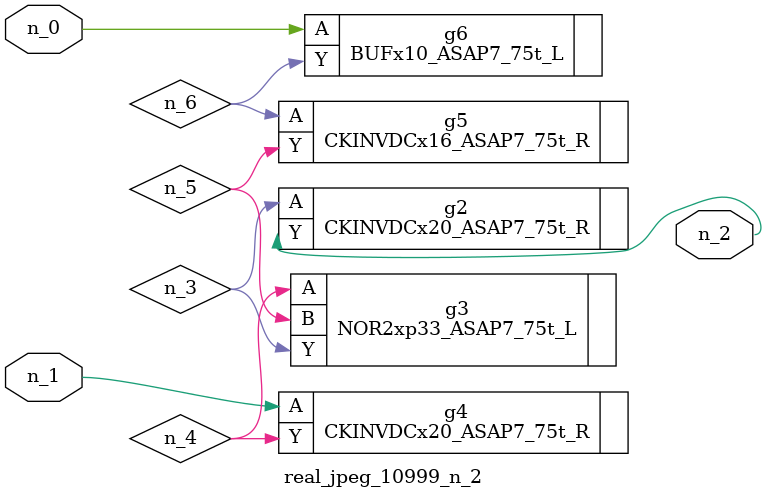
<source format=v>
module real_jpeg_10999_n_2 (n_1, n_0, n_2);

input n_1;
input n_0;

output n_2;

wire n_5;
wire n_4;
wire n_6;
wire n_3;

BUFx10_ASAP7_75t_L g6 ( 
.A(n_0),
.Y(n_6)
);

CKINVDCx20_ASAP7_75t_R g4 ( 
.A(n_1),
.Y(n_4)
);

CKINVDCx20_ASAP7_75t_R g2 ( 
.A(n_3),
.Y(n_2)
);

NOR2xp33_ASAP7_75t_L g3 ( 
.A(n_4),
.B(n_5),
.Y(n_3)
);

CKINVDCx16_ASAP7_75t_R g5 ( 
.A(n_6),
.Y(n_5)
);


endmodule
</source>
